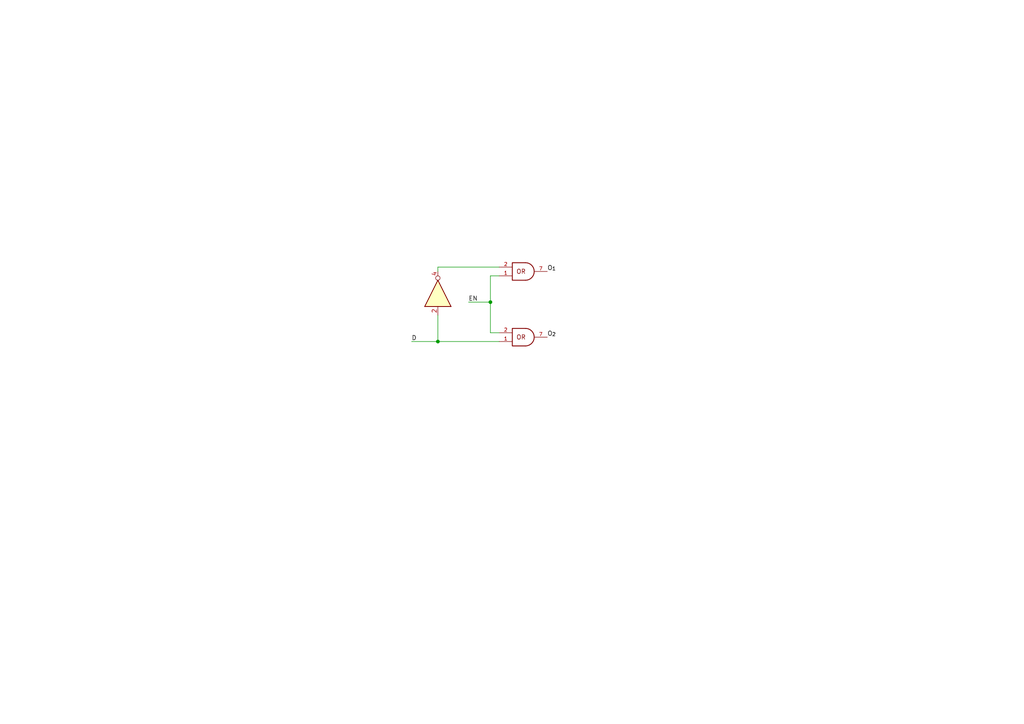
<source format=kicad_sch>
(kicad_sch (version 20211123) (generator eeschema)
  (paper "A4")
  (lib_symbols
    (symbol "74AUC2G08_1" (pin_names (offset 1.016))
      (symbol "74AUC2G08_1_0_0"
        (text "OR" (at -1.27 0 0) (effects (font (size 1.27 1.27))))
      )
      (symbol "74AUC2G08_1_0_1"
        (arc (start 0 -2.54) (mid 2.54 0) (end 0 2.54) (stroke (width 0.254)))
        (polyline (pts (xy 0 -2.54) (xy -3.81 -2.54) (xy -3.81 2.54) (xy 0 2.54)) (stroke (width 0.254)))
      )
      (symbol "74AUC2G08_1_1_1"
        (pin input line (at -7.62 1.27 0) (length 3.81) (name "~") (number "1"))
        (pin input line (at -7.62 -1.27 0) (length 3.81) (name "~") (number "2"))
        (pin output line (at 6.35 0 180) (length 3.81) (name "~") (number "7"))
      )
      (symbol "74AUC2G08_1_2_1"
        (pin output line (at 6.35 0 180) (length 3.81) (name "~") (number "3"))
        (pin input line (at -7.62 1.27 0) (length 3.81) (name "~") (number "5"))
        (pin input line (at -7.62 -1.27 0) (length 3.81) (name "~") (number "6"))
      )
    )
    (symbol "74xGxx:74LVC1GU04DRL"
      (property "Reference" "U?" (at 12.7 3.8608 90))
      (property "Value" "74LVC1GU04DRL" (at 12.7 1.3208 90))
      (symbol "74LVC1GU04DRL_0_1"
        (rectangle (start -2.54 3.81) (end -2.54 -3.81) (stroke (width 0.254)) (fill (type background)))
        (polyline (pts (xy -2.54 -3.81) (xy 5.08 0) (xy -2.54 3.81)) (stroke (width 0.254)) (fill (type background)))
        (circle (center 5.715 0) (radius 0.635))
      )
      (symbol "74LVC1GU04DRL_1_1"
        (pin no_connect line (at 5.08 0 180) (length 2.54) hide (name "NC") (number "1"))
        (pin input line (at -5.08 0 0) (length 2.54) (name "~") (number "2"))
        (pin output line (at 7.62 0 180) (length 1.27) (name "~") (number "4"))
      )
    )
  )
  (junction (at 142.24 87.63))
  (junction (at 127 99.06))
  (wire (pts (xy 142.24 87.63) (xy 142.24 96.52)))
  (wire (pts (xy 119.38 99.06) (xy 127 99.06)))
  (wire (pts (xy 127 78.74) (xy 127 77.47)))
  (wire (pts (xy 127 77.47) (xy 144.78 77.47)))
  (wire (pts (xy 127 99.06) (xy 144.78 99.06)))
  (wire (pts (xy 127 91.44) (xy 127 99.06)))
  (wire (pts (xy 142.24 80.01) (xy 144.78 80.01)))
  (wire (pts (xy 142.24 87.63) (xy 142.24 80.01)))
  (wire (pts (xy 135.89 87.63) (xy 142.24 87.63)))
  (wire (pts (xy 142.24 96.52) (xy 144.78 96.52)))
  (label "O_{1}" (at 158.75 78.74 0))
  (label "EN" (at 135.89 87.63 0))
  (label "D" (at 119.38 99.06 0))
  (label "O_{2}" (at 158.75 97.79 0))
  (symbol (lib_id "74xGxx:74LVC1GU04DRL") (at 127 86.36 90) (unit 1)
    (property "Reference" "f" (effects hide))
    (property "Value" " " (effects hide))
    (property "Footprint" "Package_TO_SOT_SMD:SOT-553" (effects hide))
    (property "Datasheet" "http://www.ti.com/lit/ds/symlink/sn74lvc1gu04.pdf" (effects hide))
  )
  (symbol (lib_name "74AUC2G08_1") (lib_id "74xGxx:74AUC2G08") (at 152.4 78.74 0) (mirror x) (unit 1)
    (property "Reference" "U?" (effects hide))
    (property "Value" "74AUC2G08" (effects hide))
    (property "Datasheet" "http://www.ti.com/lit/sg/scyt129e/scyt129e.pdf" (effects hide))
  )
  (symbol (lib_name "74AUC2G08_1") (lib_id "74xGxx:74AUC2G08") (at 152.4 97.79 0) (mirror x) (unit 1)
    (property "Reference" "U?" (effects hide))
    (property "Value" "74AUC2G08" (effects hide))
    (property "Datasheet" "http://www.ti.com/lit/sg/scyt129e/scyt129e.pdf" (effects hide))
  )
)
</source>
